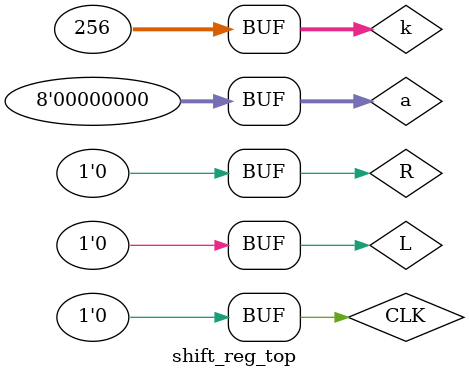
<source format=v>
module shift_reg_top;
integer i,j,k;
reg [7:0] a;
reg L,R,CLK;
	shift_reg shre(a,CLK,L,R);
	initial
begin
	a = 8'b0;
	CLK=1'b0;
	L=1'b0;
	R=1'b0;
	for(k=0 ; k<256 ;k=k+1)
	begin
		#100
		a=a+1;
		CLK=~CLK;
	end
end
endmodule

</source>
